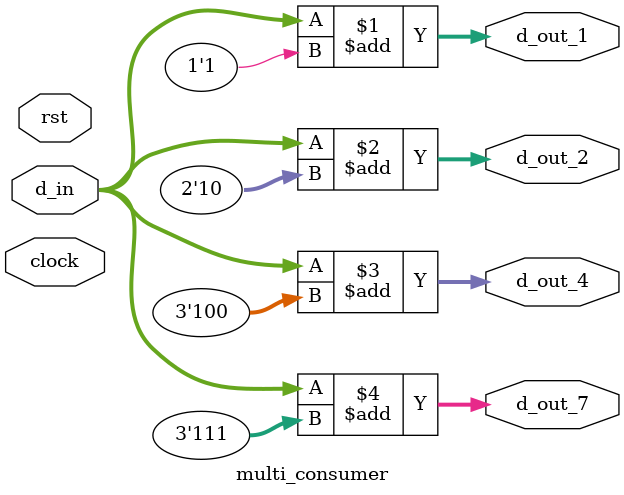
<source format=v>
module multi_consumer
(
    d_in,
    d_out_1, d_out_2, d_out_4, d_out_7,
    clock, rst
);

    input clock;
    input rst;

    input [15:0] d_in;

    output [15:0] d_out_1, d_out_2, d_out_4, d_out_7;

    assign d_out_1 = d_in + 1'b1;
    assign d_out_2 = d_in + 2'b10;
    assign d_out_4 = d_in + 3'b100;
    assign d_out_7 = d_in + 3'b111;
    
endmodule

</source>
